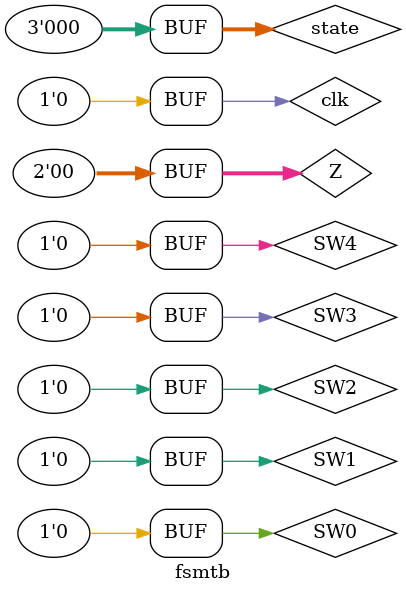
<source format=sv>
`timescale 1ns/1ps

module fsmtb();
logic clk = 0, SW0 = 0, SW1 = 0, SW2 = 0, SW3 = 0, SW4 = 0;
logic [1:0] Z = 2'b00;
logic [2:0] state = 3'b000;

FSM fsm1 (KEY0, SW0, SW1, SW2, SW3, SW4, state, Z);

initial begin

clk = 0; SW0 = 0;	#10;	
clk = 1; SW0 = 1;	#10;

clk = 0; SW0 = 0;	#10;	
clk = 1; SW2 = 1;	#10;

clk = 0; SW2 = 0;	#10;	
clk = 1; SW1 = 1;	#10;

clk = 0; SW1 = 0;	#10;	
clk = 1; SW1 = 1;	#10;

clk = 0; SW1 = 0;	#10;	
clk = 1; SW1 = 1;	#10;

clk = 0; SW1 = 0;	#10;	
clk = 1; SW4 = 1;	#10;

clk = 0; SW4 = 0;	#10;	
clk = 1; SW3 = 1;	#10;

clk = 0; SW3 = 0;	#10;	
clk = 1; SW1 = 1;	#10;

clk = 0; SW1 = 0;	#10;

end
endmodule
</source>
